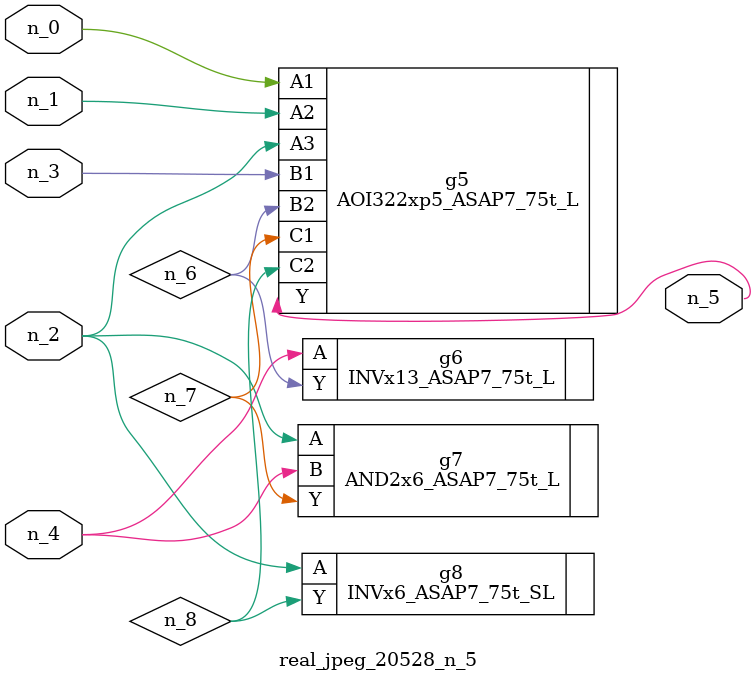
<source format=v>
module real_jpeg_20528_n_5 (n_4, n_0, n_1, n_2, n_3, n_5);

input n_4;
input n_0;
input n_1;
input n_2;
input n_3;

output n_5;

wire n_8;
wire n_6;
wire n_7;

AOI322xp5_ASAP7_75t_L g5 ( 
.A1(n_0),
.A2(n_1),
.A3(n_2),
.B1(n_3),
.B2(n_6),
.C1(n_7),
.C2(n_8),
.Y(n_5)
);

AND2x6_ASAP7_75t_L g7 ( 
.A(n_2),
.B(n_4),
.Y(n_7)
);

INVx6_ASAP7_75t_SL g8 ( 
.A(n_2),
.Y(n_8)
);

INVx13_ASAP7_75t_L g6 ( 
.A(n_4),
.Y(n_6)
);


endmodule
</source>
